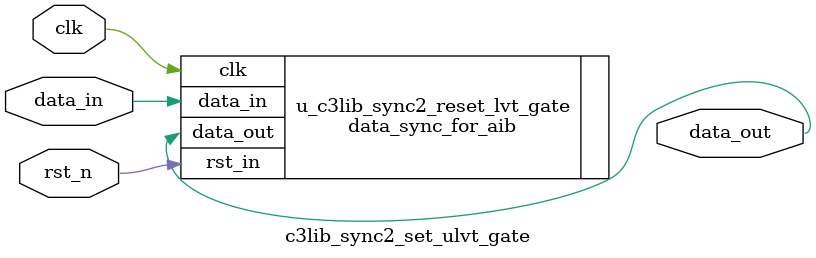
<source format=sv>


module c3lib_sync2_set_ulvt_gate( 

  clk, 
  rst_n, 
  data_in,
  data_out

  ); 

input		clk; 
input		rst_n; 
input		data_in;
output		data_out;

//  c3lib_sync_metastable_behav_gate #(
//
//    .RESET_VAL	( 1 ),
//    .SYNC_STAGES( 2 )
//
//  ) u_c3lib_sync2_reset_lvt_gate ( 
//
//    .clk	( clk      ),
//    .rst_n	( rst_n    ),
//    .data_in	( data_in  ),
//    .data_out	( data_out )
//
//  );

  data_sync_for_aib # (
      .ActiveLow(1),
      .ResetVal(1'b1),
      .SyncRegWidth(2)
  ) u_c3lib_sync2_reset_lvt_gate (
      .clk    ( clk      ),
      .rst_in ( rst_n ),
      .data_in(data_in),
      .data_out   ( data_out )
  );

endmodule 


</source>
